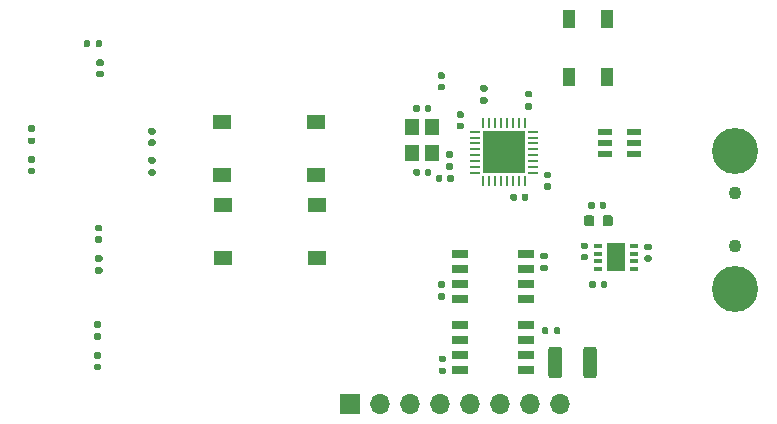
<source format=gts>
%TF.GenerationSoftware,KiCad,Pcbnew,(5.1.12)-1*%
%TF.CreationDate,2023-03-06T18:53:53+01:00*%
%TF.ProjectId,C4V1,43345631-2e6b-4696-9361-645f70636258,rev?*%
%TF.SameCoordinates,Original*%
%TF.FileFunction,Soldermask,Top*%
%TF.FilePolarity,Negative*%
%FSLAX46Y46*%
G04 Gerber Fmt 4.6, Leading zero omitted, Abs format (unit mm)*
G04 Created by KiCad (PCBNEW (5.1.12)-1) date 2023-03-06 18:53:53*
%MOMM*%
%LPD*%
G01*
G04 APERTURE LIST*
%ADD10R,1.000000X1.500000*%
%ADD11R,1.550000X1.300000*%
%ADD12C,1.100000*%
%ADD13C,3.900000*%
%ADD14R,1.200000X1.400000*%
%ADD15R,1.550000X2.400000*%
%ADD16R,0.650000X0.350000*%
%ADD17R,1.350000X0.650000*%
%ADD18R,3.600000X3.600000*%
%ADD19R,0.250000X0.850000*%
%ADD20R,0.850000X0.250000*%
%ADD21R,1.200000X0.600000*%
%ADD22O,1.700000X1.700000*%
%ADD23R,1.700000X1.700000*%
G04 APERTURE END LIST*
D10*
X105510000Y-103910000D03*
X108710000Y-103910000D03*
X105510000Y-99010000D03*
X108710000Y-99010000D03*
D11*
X84175000Y-119250000D03*
X84175000Y-114750000D03*
X76225000Y-114750000D03*
X76225000Y-119250000D03*
X76125000Y-107750000D03*
X76125000Y-112250000D03*
X84075000Y-112250000D03*
X84075000Y-107750000D03*
G36*
G01*
X94530000Y-104500000D02*
X94870000Y-104500000D01*
G75*
G02*
X95010000Y-104640000I0J-140000D01*
G01*
X95010000Y-104920000D01*
G75*
G02*
X94870000Y-105060000I-140000J0D01*
G01*
X94530000Y-105060000D01*
G75*
G02*
X94390000Y-104920000I0J140000D01*
G01*
X94390000Y-104640000D01*
G75*
G02*
X94530000Y-104500000I140000J0D01*
G01*
G37*
G36*
G01*
X94530000Y-103540000D02*
X94870000Y-103540000D01*
G75*
G02*
X95010000Y-103680000I0J-140000D01*
G01*
X95010000Y-103960000D01*
G75*
G02*
X94870000Y-104100000I-140000J0D01*
G01*
X94530000Y-104100000D01*
G75*
G02*
X94390000Y-103960000I0J140000D01*
G01*
X94390000Y-103680000D01*
G75*
G02*
X94530000Y-103540000I140000J0D01*
G01*
G37*
G36*
G01*
X65440000Y-101285000D02*
X65440000Y-100915000D01*
G75*
G02*
X65575000Y-100780000I135000J0D01*
G01*
X65845000Y-100780000D01*
G75*
G02*
X65980000Y-100915000I0J-135000D01*
G01*
X65980000Y-101285000D01*
G75*
G02*
X65845000Y-101420000I-135000J0D01*
G01*
X65575000Y-101420000D01*
G75*
G02*
X65440000Y-101285000I0J135000D01*
G01*
G37*
G36*
G01*
X64420000Y-101285000D02*
X64420000Y-100915000D01*
G75*
G02*
X64555000Y-100780000I135000J0D01*
G01*
X64825000Y-100780000D01*
G75*
G02*
X64960000Y-100915000I0J-135000D01*
G01*
X64960000Y-101285000D01*
G75*
G02*
X64825000Y-101420000I-135000J0D01*
G01*
X64555000Y-101420000D01*
G75*
G02*
X64420000Y-101285000I0J135000D01*
G01*
G37*
G36*
G01*
X65885000Y-119560000D02*
X65515000Y-119560000D01*
G75*
G02*
X65380000Y-119425000I0J135000D01*
G01*
X65380000Y-119155000D01*
G75*
G02*
X65515000Y-119020000I135000J0D01*
G01*
X65885000Y-119020000D01*
G75*
G02*
X66020000Y-119155000I0J-135000D01*
G01*
X66020000Y-119425000D01*
G75*
G02*
X65885000Y-119560000I-135000J0D01*
G01*
G37*
G36*
G01*
X65885000Y-120580000D02*
X65515000Y-120580000D01*
G75*
G02*
X65380000Y-120445000I0J135000D01*
G01*
X65380000Y-120175000D01*
G75*
G02*
X65515000Y-120040000I135000J0D01*
G01*
X65885000Y-120040000D01*
G75*
G02*
X66020000Y-120175000I0J-135000D01*
G01*
X66020000Y-120445000D01*
G75*
G02*
X65885000Y-120580000I-135000J0D01*
G01*
G37*
G36*
G01*
X59815000Y-109050000D02*
X60185000Y-109050000D01*
G75*
G02*
X60320000Y-109185000I0J-135000D01*
G01*
X60320000Y-109455000D01*
G75*
G02*
X60185000Y-109590000I-135000J0D01*
G01*
X59815000Y-109590000D01*
G75*
G02*
X59680000Y-109455000I0J135000D01*
G01*
X59680000Y-109185000D01*
G75*
G02*
X59815000Y-109050000I135000J0D01*
G01*
G37*
G36*
G01*
X59815000Y-108030000D02*
X60185000Y-108030000D01*
G75*
G02*
X60320000Y-108165000I0J-135000D01*
G01*
X60320000Y-108435000D01*
G75*
G02*
X60185000Y-108570000I-135000J0D01*
G01*
X59815000Y-108570000D01*
G75*
G02*
X59680000Y-108435000I0J135000D01*
G01*
X59680000Y-108165000D01*
G75*
G02*
X59815000Y-108030000I135000J0D01*
G01*
G37*
G36*
G01*
X70385000Y-111260000D02*
X70015000Y-111260000D01*
G75*
G02*
X69880000Y-111125000I0J135000D01*
G01*
X69880000Y-110855000D01*
G75*
G02*
X70015000Y-110720000I135000J0D01*
G01*
X70385000Y-110720000D01*
G75*
G02*
X70520000Y-110855000I0J-135000D01*
G01*
X70520000Y-111125000D01*
G75*
G02*
X70385000Y-111260000I-135000J0D01*
G01*
G37*
G36*
G01*
X70385000Y-112280000D02*
X70015000Y-112280000D01*
G75*
G02*
X69880000Y-112145000I0J135000D01*
G01*
X69880000Y-111875000D01*
G75*
G02*
X70015000Y-111740000I135000J0D01*
G01*
X70385000Y-111740000D01*
G75*
G02*
X70520000Y-111875000I0J-135000D01*
G01*
X70520000Y-112145000D01*
G75*
G02*
X70385000Y-112280000I-135000J0D01*
G01*
G37*
G36*
G01*
X65415000Y-125640000D02*
X65785000Y-125640000D01*
G75*
G02*
X65920000Y-125775000I0J-135000D01*
G01*
X65920000Y-126045000D01*
G75*
G02*
X65785000Y-126180000I-135000J0D01*
G01*
X65415000Y-126180000D01*
G75*
G02*
X65280000Y-126045000I0J135000D01*
G01*
X65280000Y-125775000D01*
G75*
G02*
X65415000Y-125640000I135000J0D01*
G01*
G37*
G36*
G01*
X65415000Y-124620000D02*
X65785000Y-124620000D01*
G75*
G02*
X65920000Y-124755000I0J-135000D01*
G01*
X65920000Y-125025000D01*
G75*
G02*
X65785000Y-125160000I-135000J0D01*
G01*
X65415000Y-125160000D01*
G75*
G02*
X65280000Y-125025000I0J135000D01*
G01*
X65280000Y-124755000D01*
G75*
G02*
X65415000Y-124620000I135000J0D01*
G01*
G37*
G36*
G01*
X101915000Y-106140000D02*
X102285000Y-106140000D01*
G75*
G02*
X102420000Y-106275000I0J-135000D01*
G01*
X102420000Y-106545000D01*
G75*
G02*
X102285000Y-106680000I-135000J0D01*
G01*
X101915000Y-106680000D01*
G75*
G02*
X101780000Y-106545000I0J135000D01*
G01*
X101780000Y-106275000D01*
G75*
G02*
X101915000Y-106140000I135000J0D01*
G01*
G37*
G36*
G01*
X101915000Y-105120000D02*
X102285000Y-105120000D01*
G75*
G02*
X102420000Y-105255000I0J-135000D01*
G01*
X102420000Y-105525000D01*
G75*
G02*
X102285000Y-105660000I-135000J0D01*
G01*
X101915000Y-105660000D01*
G75*
G02*
X101780000Y-105525000I0J135000D01*
G01*
X101780000Y-105255000D01*
G75*
G02*
X101915000Y-105120000I135000J0D01*
G01*
G37*
G36*
G01*
X65630000Y-103400000D02*
X65970000Y-103400000D01*
G75*
G02*
X66110000Y-103540000I0J-140000D01*
G01*
X66110000Y-103820000D01*
G75*
G02*
X65970000Y-103960000I-140000J0D01*
G01*
X65630000Y-103960000D01*
G75*
G02*
X65490000Y-103820000I0J140000D01*
G01*
X65490000Y-103540000D01*
G75*
G02*
X65630000Y-103400000I140000J0D01*
G01*
G37*
G36*
G01*
X65630000Y-102440000D02*
X65970000Y-102440000D01*
G75*
G02*
X66110000Y-102580000I0J-140000D01*
G01*
X66110000Y-102860000D01*
G75*
G02*
X65970000Y-103000000I-140000J0D01*
G01*
X65630000Y-103000000D01*
G75*
G02*
X65490000Y-102860000I0J140000D01*
G01*
X65490000Y-102580000D01*
G75*
G02*
X65630000Y-102440000I140000J0D01*
G01*
G37*
G36*
G01*
X65870000Y-117000000D02*
X65530000Y-117000000D01*
G75*
G02*
X65390000Y-116860000I0J140000D01*
G01*
X65390000Y-116580000D01*
G75*
G02*
X65530000Y-116440000I140000J0D01*
G01*
X65870000Y-116440000D01*
G75*
G02*
X66010000Y-116580000I0J-140000D01*
G01*
X66010000Y-116860000D01*
G75*
G02*
X65870000Y-117000000I-140000J0D01*
G01*
G37*
G36*
G01*
X65870000Y-117960000D02*
X65530000Y-117960000D01*
G75*
G02*
X65390000Y-117820000I0J140000D01*
G01*
X65390000Y-117540000D01*
G75*
G02*
X65530000Y-117400000I140000J0D01*
G01*
X65870000Y-117400000D01*
G75*
G02*
X66010000Y-117540000I0J-140000D01*
G01*
X66010000Y-117820000D01*
G75*
G02*
X65870000Y-117960000I-140000J0D01*
G01*
G37*
G36*
G01*
X59830000Y-111600000D02*
X60170000Y-111600000D01*
G75*
G02*
X60310000Y-111740000I0J-140000D01*
G01*
X60310000Y-112020000D01*
G75*
G02*
X60170000Y-112160000I-140000J0D01*
G01*
X59830000Y-112160000D01*
G75*
G02*
X59690000Y-112020000I0J140000D01*
G01*
X59690000Y-111740000D01*
G75*
G02*
X59830000Y-111600000I140000J0D01*
G01*
G37*
G36*
G01*
X59830000Y-110640000D02*
X60170000Y-110640000D01*
G75*
G02*
X60310000Y-110780000I0J-140000D01*
G01*
X60310000Y-111060000D01*
G75*
G02*
X60170000Y-111200000I-140000J0D01*
G01*
X59830000Y-111200000D01*
G75*
G02*
X59690000Y-111060000I0J140000D01*
G01*
X59690000Y-110780000D01*
G75*
G02*
X59830000Y-110640000I140000J0D01*
G01*
G37*
G36*
G01*
X70370000Y-108800000D02*
X70030000Y-108800000D01*
G75*
G02*
X69890000Y-108660000I0J140000D01*
G01*
X69890000Y-108380000D01*
G75*
G02*
X70030000Y-108240000I140000J0D01*
G01*
X70370000Y-108240000D01*
G75*
G02*
X70510000Y-108380000I0J-140000D01*
G01*
X70510000Y-108660000D01*
G75*
G02*
X70370000Y-108800000I-140000J0D01*
G01*
G37*
G36*
G01*
X70370000Y-109760000D02*
X70030000Y-109760000D01*
G75*
G02*
X69890000Y-109620000I0J140000D01*
G01*
X69890000Y-109340000D01*
G75*
G02*
X70030000Y-109200000I140000J0D01*
G01*
X70370000Y-109200000D01*
G75*
G02*
X70510000Y-109340000I0J-140000D01*
G01*
X70510000Y-109620000D01*
G75*
G02*
X70370000Y-109760000I-140000J0D01*
G01*
G37*
G36*
G01*
X65430000Y-128200000D02*
X65770000Y-128200000D01*
G75*
G02*
X65910000Y-128340000I0J-140000D01*
G01*
X65910000Y-128620000D01*
G75*
G02*
X65770000Y-128760000I-140000J0D01*
G01*
X65430000Y-128760000D01*
G75*
G02*
X65290000Y-128620000I0J140000D01*
G01*
X65290000Y-128340000D01*
G75*
G02*
X65430000Y-128200000I140000J0D01*
G01*
G37*
G36*
G01*
X65430000Y-127240000D02*
X65770000Y-127240000D01*
G75*
G02*
X65910000Y-127380000I0J-140000D01*
G01*
X65910000Y-127660000D01*
G75*
G02*
X65770000Y-127800000I-140000J0D01*
G01*
X65430000Y-127800000D01*
G75*
G02*
X65290000Y-127660000I0J140000D01*
G01*
X65290000Y-127380000D01*
G75*
G02*
X65430000Y-127240000I140000J0D01*
G01*
G37*
D12*
X119600000Y-113750000D03*
X119600000Y-118250000D03*
D13*
X119600000Y-110150000D03*
X119600000Y-121850000D03*
G36*
G01*
X104925000Y-126999999D02*
X104925000Y-129200001D01*
G75*
G02*
X104675001Y-129450000I-249999J0D01*
G01*
X104024999Y-129450000D01*
G75*
G02*
X103775000Y-129200001I0J249999D01*
G01*
X103775000Y-126999999D01*
G75*
G02*
X104024999Y-126750000I249999J0D01*
G01*
X104675001Y-126750000D01*
G75*
G02*
X104925000Y-126999999I0J-249999D01*
G01*
G37*
G36*
G01*
X107875000Y-126999999D02*
X107875000Y-129200001D01*
G75*
G02*
X107625001Y-129450000I-249999J0D01*
G01*
X106974999Y-129450000D01*
G75*
G02*
X106725000Y-129200001I0J249999D01*
G01*
X106725000Y-126999999D01*
G75*
G02*
X106974999Y-126750000I249999J0D01*
G01*
X107625001Y-126750000D01*
G75*
G02*
X107875000Y-126999999I0J-249999D01*
G01*
G37*
D14*
X92250000Y-110400000D03*
X92250000Y-108200000D03*
X93950000Y-108200000D03*
X93950000Y-110400000D03*
D15*
X109500000Y-119200000D03*
D16*
X111050000Y-118225000D03*
X111050000Y-118875000D03*
X111050000Y-119525000D03*
X111050000Y-120175000D03*
X107950000Y-120175000D03*
X107950000Y-119525000D03*
X107950000Y-118875000D03*
X107950000Y-118225000D03*
G36*
G01*
X98485000Y-105160000D02*
X98115000Y-105160000D01*
G75*
G02*
X97980000Y-105025000I0J135000D01*
G01*
X97980000Y-104755000D01*
G75*
G02*
X98115000Y-104620000I135000J0D01*
G01*
X98485000Y-104620000D01*
G75*
G02*
X98620000Y-104755000I0J-135000D01*
G01*
X98620000Y-105025000D01*
G75*
G02*
X98485000Y-105160000I-135000J0D01*
G01*
G37*
G36*
G01*
X98485000Y-106180000D02*
X98115000Y-106180000D01*
G75*
G02*
X97980000Y-106045000I0J135000D01*
G01*
X97980000Y-105775000D01*
G75*
G02*
X98115000Y-105640000I135000J0D01*
G01*
X98485000Y-105640000D01*
G75*
G02*
X98620000Y-105775000I0J-135000D01*
G01*
X98620000Y-106045000D01*
G75*
G02*
X98485000Y-106180000I-135000J0D01*
G01*
G37*
G36*
G01*
X95215000Y-111240000D02*
X95585000Y-111240000D01*
G75*
G02*
X95720000Y-111375000I0J-135000D01*
G01*
X95720000Y-111645000D01*
G75*
G02*
X95585000Y-111780000I-135000J0D01*
G01*
X95215000Y-111780000D01*
G75*
G02*
X95080000Y-111645000I0J135000D01*
G01*
X95080000Y-111375000D01*
G75*
G02*
X95215000Y-111240000I135000J0D01*
G01*
G37*
G36*
G01*
X95215000Y-110220000D02*
X95585000Y-110220000D01*
G75*
G02*
X95720000Y-110355000I0J-135000D01*
G01*
X95720000Y-110625000D01*
G75*
G02*
X95585000Y-110760000I-135000J0D01*
G01*
X95215000Y-110760000D01*
G75*
G02*
X95080000Y-110625000I0J135000D01*
G01*
X95080000Y-110355000D01*
G75*
G02*
X95215000Y-110220000I135000J0D01*
G01*
G37*
G36*
G01*
X94985000Y-128060000D02*
X94615000Y-128060000D01*
G75*
G02*
X94480000Y-127925000I0J135000D01*
G01*
X94480000Y-127655000D01*
G75*
G02*
X94615000Y-127520000I135000J0D01*
G01*
X94985000Y-127520000D01*
G75*
G02*
X95120000Y-127655000I0J-135000D01*
G01*
X95120000Y-127925000D01*
G75*
G02*
X94985000Y-128060000I-135000J0D01*
G01*
G37*
G36*
G01*
X94985000Y-129080000D02*
X94615000Y-129080000D01*
G75*
G02*
X94480000Y-128945000I0J135000D01*
G01*
X94480000Y-128675000D01*
G75*
G02*
X94615000Y-128540000I135000J0D01*
G01*
X94985000Y-128540000D01*
G75*
G02*
X95120000Y-128675000I0J-135000D01*
G01*
X95120000Y-128945000D01*
G75*
G02*
X94985000Y-129080000I-135000J0D01*
G01*
G37*
G36*
G01*
X103760000Y-125215000D02*
X103760000Y-125585000D01*
G75*
G02*
X103625000Y-125720000I-135000J0D01*
G01*
X103355000Y-125720000D01*
G75*
G02*
X103220000Y-125585000I0J135000D01*
G01*
X103220000Y-125215000D01*
G75*
G02*
X103355000Y-125080000I135000J0D01*
G01*
X103625000Y-125080000D01*
G75*
G02*
X103760000Y-125215000I0J-135000D01*
G01*
G37*
G36*
G01*
X104780000Y-125215000D02*
X104780000Y-125585000D01*
G75*
G02*
X104645000Y-125720000I-135000J0D01*
G01*
X104375000Y-125720000D01*
G75*
G02*
X104240000Y-125585000I0J135000D01*
G01*
X104240000Y-125215000D01*
G75*
G02*
X104375000Y-125080000I135000J0D01*
G01*
X104645000Y-125080000D01*
G75*
G02*
X104780000Y-125215000I0J-135000D01*
G01*
G37*
G36*
G01*
X94885000Y-121760000D02*
X94515000Y-121760000D01*
G75*
G02*
X94380000Y-121625000I0J135000D01*
G01*
X94380000Y-121355000D01*
G75*
G02*
X94515000Y-121220000I135000J0D01*
G01*
X94885000Y-121220000D01*
G75*
G02*
X95020000Y-121355000I0J-135000D01*
G01*
X95020000Y-121625000D01*
G75*
G02*
X94885000Y-121760000I-135000J0D01*
G01*
G37*
G36*
G01*
X94885000Y-122780000D02*
X94515000Y-122780000D01*
G75*
G02*
X94380000Y-122645000I0J135000D01*
G01*
X94380000Y-122375000D01*
G75*
G02*
X94515000Y-122240000I135000J0D01*
G01*
X94885000Y-122240000D01*
G75*
G02*
X95020000Y-122375000I0J-135000D01*
G01*
X95020000Y-122645000D01*
G75*
G02*
X94885000Y-122780000I-135000J0D01*
G01*
G37*
G36*
G01*
X103215000Y-119840000D02*
X103585000Y-119840000D01*
G75*
G02*
X103720000Y-119975000I0J-135000D01*
G01*
X103720000Y-120245000D01*
G75*
G02*
X103585000Y-120380000I-135000J0D01*
G01*
X103215000Y-120380000D01*
G75*
G02*
X103080000Y-120245000I0J135000D01*
G01*
X103080000Y-119975000D01*
G75*
G02*
X103215000Y-119840000I135000J0D01*
G01*
G37*
G36*
G01*
X103215000Y-118820000D02*
X103585000Y-118820000D01*
G75*
G02*
X103720000Y-118955000I0J-135000D01*
G01*
X103720000Y-119225000D01*
G75*
G02*
X103585000Y-119360000I-135000J0D01*
G01*
X103215000Y-119360000D01*
G75*
G02*
X103080000Y-119225000I0J135000D01*
G01*
X103080000Y-118955000D01*
G75*
G02*
X103215000Y-118820000I135000J0D01*
G01*
G37*
D17*
X96300000Y-128705000D03*
X96300000Y-127435000D03*
X96300000Y-126165000D03*
X96300000Y-124895000D03*
X101900000Y-124895000D03*
X101900000Y-126165000D03*
X101900000Y-127435000D03*
X101900000Y-128705000D03*
X96300000Y-122705000D03*
X96300000Y-121435000D03*
X96300000Y-120165000D03*
X96300000Y-118895000D03*
X101900000Y-118895000D03*
X101900000Y-120165000D03*
X101900000Y-121435000D03*
X101900000Y-122705000D03*
G36*
G01*
X96470000Y-107400000D02*
X96130000Y-107400000D01*
G75*
G02*
X95990000Y-107260000I0J140000D01*
G01*
X95990000Y-106980000D01*
G75*
G02*
X96130000Y-106840000I140000J0D01*
G01*
X96470000Y-106840000D01*
G75*
G02*
X96610000Y-106980000I0J-140000D01*
G01*
X96610000Y-107260000D01*
G75*
G02*
X96470000Y-107400000I-140000J0D01*
G01*
G37*
G36*
G01*
X96470000Y-108360000D02*
X96130000Y-108360000D01*
G75*
G02*
X95990000Y-108220000I0J140000D01*
G01*
X95990000Y-107940000D01*
G75*
G02*
X96130000Y-107800000I140000J0D01*
G01*
X96470000Y-107800000D01*
G75*
G02*
X96610000Y-107940000I0J-140000D01*
G01*
X96610000Y-108220000D01*
G75*
G02*
X96470000Y-108360000I-140000J0D01*
G01*
G37*
G36*
G01*
X101100000Y-113930000D02*
X101100000Y-114270000D01*
G75*
G02*
X100960000Y-114410000I-140000J0D01*
G01*
X100680000Y-114410000D01*
G75*
G02*
X100540000Y-114270000I0J140000D01*
G01*
X100540000Y-113930000D01*
G75*
G02*
X100680000Y-113790000I140000J0D01*
G01*
X100960000Y-113790000D01*
G75*
G02*
X101100000Y-113930000I0J-140000D01*
G01*
G37*
G36*
G01*
X102060000Y-113930000D02*
X102060000Y-114270000D01*
G75*
G02*
X101920000Y-114410000I-140000J0D01*
G01*
X101640000Y-114410000D01*
G75*
G02*
X101500000Y-114270000I0J140000D01*
G01*
X101500000Y-113930000D01*
G75*
G02*
X101640000Y-113790000I140000J0D01*
G01*
X101920000Y-113790000D01*
G75*
G02*
X102060000Y-113930000I0J-140000D01*
G01*
G37*
G36*
G01*
X103530000Y-112900000D02*
X103870000Y-112900000D01*
G75*
G02*
X104010000Y-113040000I0J-140000D01*
G01*
X104010000Y-113320000D01*
G75*
G02*
X103870000Y-113460000I-140000J0D01*
G01*
X103530000Y-113460000D01*
G75*
G02*
X103390000Y-113320000I0J140000D01*
G01*
X103390000Y-113040000D01*
G75*
G02*
X103530000Y-112900000I140000J0D01*
G01*
G37*
G36*
G01*
X103530000Y-111940000D02*
X103870000Y-111940000D01*
G75*
G02*
X104010000Y-112080000I0J-140000D01*
G01*
X104010000Y-112360000D01*
G75*
G02*
X103870000Y-112500000I-140000J0D01*
G01*
X103530000Y-112500000D01*
G75*
G02*
X103390000Y-112360000I0J140000D01*
G01*
X103390000Y-112080000D01*
G75*
G02*
X103530000Y-111940000I140000J0D01*
G01*
G37*
G36*
G01*
X94800000Y-112330000D02*
X94800000Y-112670000D01*
G75*
G02*
X94660000Y-112810000I-140000J0D01*
G01*
X94380000Y-112810000D01*
G75*
G02*
X94240000Y-112670000I0J140000D01*
G01*
X94240000Y-112330000D01*
G75*
G02*
X94380000Y-112190000I140000J0D01*
G01*
X94660000Y-112190000D01*
G75*
G02*
X94800000Y-112330000I0J-140000D01*
G01*
G37*
G36*
G01*
X95760000Y-112330000D02*
X95760000Y-112670000D01*
G75*
G02*
X95620000Y-112810000I-140000J0D01*
G01*
X95340000Y-112810000D01*
G75*
G02*
X95200000Y-112670000I0J140000D01*
G01*
X95200000Y-112330000D01*
G75*
G02*
X95340000Y-112190000I140000J0D01*
G01*
X95620000Y-112190000D01*
G75*
G02*
X95760000Y-112330000I0J-140000D01*
G01*
G37*
G36*
G01*
X108100000Y-114970000D02*
X108100000Y-114630000D01*
G75*
G02*
X108240000Y-114490000I140000J0D01*
G01*
X108520000Y-114490000D01*
G75*
G02*
X108660000Y-114630000I0J-140000D01*
G01*
X108660000Y-114970000D01*
G75*
G02*
X108520000Y-115110000I-140000J0D01*
G01*
X108240000Y-115110000D01*
G75*
G02*
X108100000Y-114970000I0J140000D01*
G01*
G37*
G36*
G01*
X107140000Y-114970000D02*
X107140000Y-114630000D01*
G75*
G02*
X107280000Y-114490000I140000J0D01*
G01*
X107560000Y-114490000D01*
G75*
G02*
X107700000Y-114630000I0J-140000D01*
G01*
X107700000Y-114970000D01*
G75*
G02*
X107560000Y-115110000I-140000J0D01*
G01*
X107280000Y-115110000D01*
G75*
G02*
X107140000Y-114970000I0J140000D01*
G01*
G37*
G36*
G01*
X93300000Y-112170000D02*
X93300000Y-111830000D01*
G75*
G02*
X93440000Y-111690000I140000J0D01*
G01*
X93720000Y-111690000D01*
G75*
G02*
X93860000Y-111830000I0J-140000D01*
G01*
X93860000Y-112170000D01*
G75*
G02*
X93720000Y-112310000I-140000J0D01*
G01*
X93440000Y-112310000D01*
G75*
G02*
X93300000Y-112170000I0J140000D01*
G01*
G37*
G36*
G01*
X92340000Y-112170000D02*
X92340000Y-111830000D01*
G75*
G02*
X92480000Y-111690000I140000J0D01*
G01*
X92760000Y-111690000D01*
G75*
G02*
X92900000Y-111830000I0J-140000D01*
G01*
X92900000Y-112170000D01*
G75*
G02*
X92760000Y-112310000I-140000J0D01*
G01*
X92480000Y-112310000D01*
G75*
G02*
X92340000Y-112170000I0J140000D01*
G01*
G37*
G36*
G01*
X92900000Y-106430000D02*
X92900000Y-106770000D01*
G75*
G02*
X92760000Y-106910000I-140000J0D01*
G01*
X92480000Y-106910000D01*
G75*
G02*
X92340000Y-106770000I0J140000D01*
G01*
X92340000Y-106430000D01*
G75*
G02*
X92480000Y-106290000I140000J0D01*
G01*
X92760000Y-106290000D01*
G75*
G02*
X92900000Y-106430000I0J-140000D01*
G01*
G37*
G36*
G01*
X93860000Y-106430000D02*
X93860000Y-106770000D01*
G75*
G02*
X93720000Y-106910000I-140000J0D01*
G01*
X93440000Y-106910000D01*
G75*
G02*
X93300000Y-106770000I0J140000D01*
G01*
X93300000Y-106430000D01*
G75*
G02*
X93440000Y-106290000I140000J0D01*
G01*
X93720000Y-106290000D01*
G75*
G02*
X93860000Y-106430000I0J-140000D01*
G01*
G37*
G36*
G01*
X112030000Y-119000000D02*
X112370000Y-119000000D01*
G75*
G02*
X112510000Y-119140000I0J-140000D01*
G01*
X112510000Y-119420000D01*
G75*
G02*
X112370000Y-119560000I-140000J0D01*
G01*
X112030000Y-119560000D01*
G75*
G02*
X111890000Y-119420000I0J140000D01*
G01*
X111890000Y-119140000D01*
G75*
G02*
X112030000Y-119000000I140000J0D01*
G01*
G37*
G36*
G01*
X112030000Y-118040000D02*
X112370000Y-118040000D01*
G75*
G02*
X112510000Y-118180000I0J-140000D01*
G01*
X112510000Y-118460000D01*
G75*
G02*
X112370000Y-118600000I-140000J0D01*
G01*
X112030000Y-118600000D01*
G75*
G02*
X111890000Y-118460000I0J140000D01*
G01*
X111890000Y-118180000D01*
G75*
G02*
X112030000Y-118040000I140000J0D01*
G01*
G37*
G36*
G01*
X108200000Y-121670000D02*
X108200000Y-121330000D01*
G75*
G02*
X108340000Y-121190000I140000J0D01*
G01*
X108620000Y-121190000D01*
G75*
G02*
X108760000Y-121330000I0J-140000D01*
G01*
X108760000Y-121670000D01*
G75*
G02*
X108620000Y-121810000I-140000J0D01*
G01*
X108340000Y-121810000D01*
G75*
G02*
X108200000Y-121670000I0J140000D01*
G01*
G37*
G36*
G01*
X107240000Y-121670000D02*
X107240000Y-121330000D01*
G75*
G02*
X107380000Y-121190000I140000J0D01*
G01*
X107660000Y-121190000D01*
G75*
G02*
X107800000Y-121330000I0J-140000D01*
G01*
X107800000Y-121670000D01*
G75*
G02*
X107660000Y-121810000I-140000J0D01*
G01*
X107380000Y-121810000D01*
G75*
G02*
X107240000Y-121670000I0J140000D01*
G01*
G37*
G36*
G01*
X106630000Y-118900000D02*
X106970000Y-118900000D01*
G75*
G02*
X107110000Y-119040000I0J-140000D01*
G01*
X107110000Y-119320000D01*
G75*
G02*
X106970000Y-119460000I-140000J0D01*
G01*
X106630000Y-119460000D01*
G75*
G02*
X106490000Y-119320000I0J140000D01*
G01*
X106490000Y-119040000D01*
G75*
G02*
X106630000Y-118900000I140000J0D01*
G01*
G37*
G36*
G01*
X106630000Y-117940000D02*
X106970000Y-117940000D01*
G75*
G02*
X107110000Y-118080000I0J-140000D01*
G01*
X107110000Y-118360000D01*
G75*
G02*
X106970000Y-118500000I-140000J0D01*
G01*
X106630000Y-118500000D01*
G75*
G02*
X106490000Y-118360000I0J140000D01*
G01*
X106490000Y-118080000D01*
G75*
G02*
X106630000Y-117940000I140000J0D01*
G01*
G37*
D18*
X100000000Y-110300000D03*
D19*
X98250000Y-107850000D03*
X98750000Y-107850000D03*
X99250000Y-107850000D03*
X99750000Y-107850000D03*
X100250000Y-107850000D03*
X100750000Y-107850000D03*
X101250000Y-107850000D03*
X101750000Y-107850000D03*
D20*
X102450000Y-108550000D03*
X102450000Y-109050000D03*
X102450000Y-109550000D03*
X102450000Y-110050000D03*
X102450000Y-110550000D03*
X102450000Y-111050000D03*
X102450000Y-111550000D03*
X102450000Y-112050000D03*
D19*
X101750000Y-112750000D03*
X101250000Y-112750000D03*
X100750000Y-112750000D03*
X100250000Y-112750000D03*
X99750000Y-112750000D03*
X99250000Y-112750000D03*
X98750000Y-112750000D03*
X98250000Y-112750000D03*
D20*
X97550000Y-112050000D03*
X97550000Y-111550000D03*
X97550000Y-111050000D03*
X97550000Y-110550000D03*
X97550000Y-110050000D03*
X97550000Y-109550000D03*
X97550000Y-109050000D03*
X97550000Y-108550000D03*
D21*
X108550000Y-110450000D03*
X108550000Y-109500000D03*
X108550000Y-108550000D03*
X111050000Y-108550000D03*
X111050000Y-109500000D03*
X111050000Y-110450000D03*
D22*
X104780000Y-131600000D03*
X102240000Y-131600000D03*
X99700000Y-131600000D03*
X97160000Y-131600000D03*
X94620000Y-131600000D03*
X92080000Y-131600000D03*
X89540000Y-131600000D03*
D23*
X87000000Y-131600000D03*
G36*
G01*
X108350000Y-116356250D02*
X108350000Y-115843750D01*
G75*
G02*
X108568750Y-115625000I218750J0D01*
G01*
X109006250Y-115625000D01*
G75*
G02*
X109225000Y-115843750I0J-218750D01*
G01*
X109225000Y-116356250D01*
G75*
G02*
X109006250Y-116575000I-218750J0D01*
G01*
X108568750Y-116575000D01*
G75*
G02*
X108350000Y-116356250I0J218750D01*
G01*
G37*
G36*
G01*
X106775000Y-116356250D02*
X106775000Y-115843750D01*
G75*
G02*
X106993750Y-115625000I218750J0D01*
G01*
X107431250Y-115625000D01*
G75*
G02*
X107650000Y-115843750I0J-218750D01*
G01*
X107650000Y-116356250D01*
G75*
G02*
X107431250Y-116575000I-218750J0D01*
G01*
X106993750Y-116575000D01*
G75*
G02*
X106775000Y-116356250I0J218750D01*
G01*
G37*
M02*

</source>
